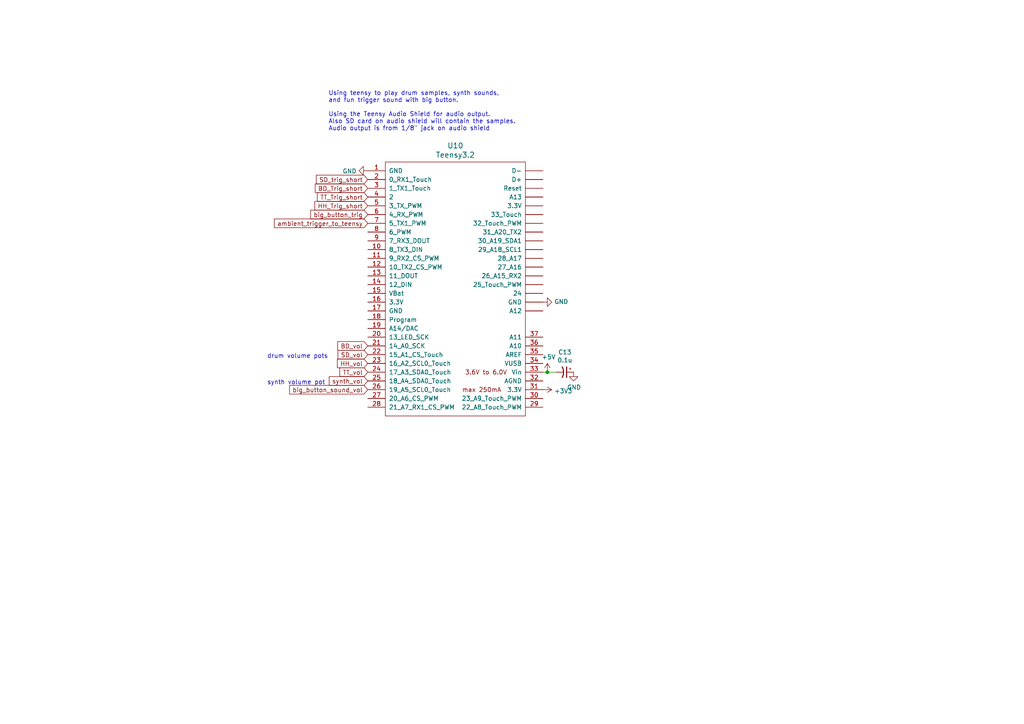
<source format=kicad_sch>
(kicad_sch (version 20211123) (generator eeschema)
  (paper "A4")
  (lib_symbols
    (symbol "power:+5V" (power) (pin_names (offset 0))
      (property "Value" "+5V" (at 0 3.556 0))
      (symbol "+5V_0_1"
        (polyline (pts (xy -0.762 1.27) (xy 0 2.54)))
        (polyline (pts (xy 0 0) (xy 0 2.54)))
        (polyline (pts (xy 0 2.54) (xy 0.762 1.27)))
      )
      (symbol "+5V_1_1"
        (pin power_in line (at 0 0 90) (length 0) hide (name "+5V") (number "1"))
      )
    )
    (symbol "power:GND" (power) (pin_names (offset 0))
      (property "Value" "GND" (at 0 -3.81 0))
      (symbol "GND_0_1"
        (polyline (pts (xy 0 0) (xy 0 -1.27) (xy 1.27 -1.27) (xy 0 -2.54) (xy -1.27 -1.27) (xy 0 -1.27)))
      )
      (symbol "GND_1_1"
        (pin power_in line (at 0 0 270) (length 0) hide (name "GND") (number "1"))
      )
    )
    (symbol "waterwheel_synth_v2-rescue:+3.3V-power" (power) (pin_names (offset 0))
      (property "Value" "+3.3V-power" (at 0 3.556 0))
      (symbol "+3.3V-power_0_1"
        (polyline (pts (xy -0.762 1.27) (xy 0 2.54)))
        (polyline (pts (xy 0 0) (xy 0 2.54)))
        (polyline (pts (xy 0 2.54) (xy 0.762 1.27)))
      )
      (symbol "+3.3V-power_1_1"
        (pin power_in line (at 0 0 90) (length 0) hide (name "+3V3") (number "1"))
      )
    )
    (symbol "waterwheel_synth_v2-rescue:CP1_Small-Device" (pin_numbers hide) (pin_names (offset 0.254) hide)
      (property "Reference" "C" (at 0.254 1.778 0))
      (property "Value" "CP1_Small-Device" (at 0.254 -2.032 0))
      (symbol "CP1_Small-Device_0_1"
        (polyline (pts (xy -1.524 0.508) (xy 1.524 0.508)) (stroke (width 0.3048)))
        (polyline (pts (xy -1.27 1.524) (xy -0.762 1.524)))
        (polyline (pts (xy -1.016 1.27) (xy -1.016 1.778)))
        (arc (start 1.524 -0.762) (mid 0 -0.3734) (end -1.524 -0.762) (stroke (width 0.3048)))
      )
      (symbol "CP1_Small-Device_1_1"
        (pin passive line (at 0 2.54 270) (length 2.032) (name "~") (number "1"))
        (pin passive line (at 0 -2.54 90) (length 2.032) (name "~") (number "2"))
      )
    )
    (symbol "waterwheel_synth_v2-rescue:Teensy3.2-teensy" (pin_names (offset 1.016))
      (property "Reference" "U" (at 0 39.37 0))
      (property "Value" "Teensy3.2-teensy" (at 0 -39.37 0))
      (symbol "Teensy3.2-teensy_0_0"
        (text "3.6V to 6.0V" (at 8.89 -24.13 0) (effects (font (size 1.27 1.27))))
        (text "max 250mA" (at 7.62 -29.21 0) (effects (font (size 1.27 1.27))))
      )
      (symbol "Teensy3.2-teensy_0_1"
        (rectangle (start -20.32 -36.83) (end 20.32 36.83))
      )
      (symbol "Teensy3.2-teensy_1_1"
        (pin power_in line (at -25.4 34.29 0) (length 5.08) (name "GND") (number "1"))
        (pin bidirectional line (at -25.4 11.43 0) (length 5.08) (name "8_TX3_DIN") (number "10"))
        (pin bidirectional line (at -25.4 8.89 0) (length 5.08) (name "9_RX2_CS_PWM") (number "11"))
        (pin bidirectional line (at -25.4 6.35 0) (length 5.08) (name "10_TX2_CS_PWM") (number "12"))
        (pin bidirectional line (at -25.4 3.81 0) (length 5.08) (name "11_DOUT") (number "13"))
        (pin bidirectional line (at -25.4 1.27 0) (length 5.08) (name "12_DIN") (number "14"))
        (pin power_in line (at -25.4 -1.27 0) (length 5.08) (name "VBat") (number "15"))
        (pin power_out line (at -25.4 -3.81 0) (length 5.08) (name "3.3V") (number "16"))
        (pin power_in line (at -25.4 -6.35 0) (length 5.08) (name "GND") (number "17"))
        (pin input line (at -25.4 -8.89 0) (length 5.08) (name "Program") (number "18"))
        (pin bidirectional line (at -25.4 -11.43 0) (length 5.08) (name "A14/DAC") (number "19"))
        (pin bidirectional line (at -25.4 31.75 0) (length 5.08) (name "0_RX1_Touch") (number "2"))
        (pin bidirectional line (at -25.4 -13.97 0) (length 5.08) (name "13_LED_SCK") (number "20"))
        (pin bidirectional line (at -25.4 -16.51 0) (length 5.08) (name "14_A0_SCK") (number "21"))
        (pin bidirectional line (at -25.4 -19.05 0) (length 5.08) (name "15_A1_CS_Touch") (number "22"))
        (pin bidirectional line (at -25.4 -21.59 0) (length 5.08) (name "16_A2_SCL0_Touch") (number "23"))
        (pin bidirectional line (at -25.4 -24.13 0) (length 5.08) (name "17_A3_SDA0_Touch") (number "24"))
        (pin bidirectional line (at -25.4 -26.67 0) (length 5.08) (name "18_A4_SDA0_Touch") (number "25"))
        (pin bidirectional line (at -25.4 -29.21 0) (length 5.08) (name "19_A5_SCL0_Touch") (number "26"))
        (pin bidirectional line (at -25.4 -31.75 0) (length 5.08) (name "20_A6_CS_PWM") (number "27"))
        (pin bidirectional line (at -25.4 -34.29 0) (length 5.08) (name "21_A7_RX1_CS_PWM") (number "28"))
        (pin bidirectional line (at 25.4 -34.29 180) (length 5.08) (name "22_A8_Touch_PWM") (number "29"))
        (pin bidirectional line (at -25.4 29.21 0) (length 5.08) (name "1_TX1_Touch") (number "3"))
        (pin bidirectional line (at 25.4 -31.75 180) (length 5.08) (name "23_A9_Touch_PWM") (number "30"))
        (pin power_out line (at 25.4 -29.21 180) (length 5.08) (name "3.3V") (number "31"))
        (pin power_out line (at 25.4 -26.67 180) (length 5.08) (name "AGND") (number "32"))
        (pin power_in line (at 25.4 -24.13 180) (length 5.08) (name "Vin") (number "33"))
        (pin power_in line (at 25.4 -21.59 180) (length 5.08) (name "VUSB") (number "34"))
        (pin input line (at 25.4 -19.05 180) (length 5.08) (name "AREF") (number "35"))
        (pin bidirectional line (at 25.4 -16.51 180) (length 5.08) (name "A10") (number "36"))
        (pin bidirectional line (at 25.4 -13.97 180) (length 5.08) (name "A11") (number "37"))
        (pin bidirectional line (at -25.4 26.67 0) (length 5.08) (name "2") (number "4"))
        (pin bidirectional line (at -25.4 24.13 0) (length 5.08) (name "3_TX_PWM") (number "5"))
        (pin bidirectional line (at -25.4 21.59 0) (length 5.08) (name "4_RX_PWM") (number "6"))
        (pin bidirectional line (at -25.4 19.05 0) (length 5.08) (name "5_TX1_PWM") (number "7"))
        (pin bidirectional line (at -25.4 16.51 0) (length 5.08) (name "6_PWM") (number "8"))
        (pin bidirectional line (at -25.4 13.97 0) (length 5.08) (name "7_RX3_DOUT") (number "9"))
        (pin bidirectional line (at 25.4 -1.27 180) (length 5.08) (name "24") (number "~"))
        (pin bidirectional line (at 25.4 1.27 180) (length 5.08) (name "25_Touch_PWM") (number "~"))
        (pin bidirectional line (at 25.4 3.81 180) (length 5.08) (name "26_A15_RX2") (number "~"))
        (pin bidirectional line (at 25.4 6.35 180) (length 5.08) (name "27_A16") (number "~"))
        (pin bidirectional line (at 25.4 8.89 180) (length 5.08) (name "28_A17") (number "~"))
        (pin bidirectional line (at 25.4 11.43 180) (length 5.08) (name "29_A18_SCL1") (number "~"))
        (pin power_out line (at 25.4 24.13 180) (length 5.08) (name "3.3V") (number "~"))
        (pin bidirectional line (at 25.4 13.97 180) (length 5.08) (name "30_A19_SDA1") (number "~"))
        (pin bidirectional line (at 25.4 16.51 180) (length 5.08) (name "31_A20_TX2") (number "~"))
        (pin bidirectional line (at 25.4 19.05 180) (length 5.08) (name "32_Touch_PWM") (number "~"))
        (pin bidirectional line (at 25.4 21.59 180) (length 5.08) (name "33_Touch") (number "~"))
        (pin bidirectional line (at 25.4 -6.35 180) (length 5.08) (name "A12") (number "~"))
        (pin bidirectional line (at 25.4 26.67 180) (length 5.08) (name "A13") (number "~"))
        (pin bidirectional line (at 25.4 31.75 180) (length 5.08) (name "D+") (number "~"))
        (pin bidirectional line (at 25.4 34.29 180) (length 5.08) (name "D-") (number "~"))
        (pin power_in line (at 25.4 -3.81 180) (length 5.08) (name "GND") (number "~"))
        (pin input line (at 25.4 29.21 180) (length 5.08) (name "Reset") (number "~"))
      )
    )
  )
  (junction (at 158.75 107.95))
  (wire (pts (xy 158.75 107.95) (xy 157.48 107.95)))
  (wire (pts (xy 158.75 107.95) (xy 161.29 107.95)))
  (text "synth volume pot\n" (at 77.47 111.76 0) (effects (font (size 1.27 1.27)) (justify left bottom)))
  (text "drum volume pots" (at 77.47 104.14 0) (effects (font (size 1.27 1.27)) (justify left bottom)))
  (text "Using teensy to play drum samples, synth sounds,\nand fun trigger sound with big button. \n\nUsing the Teensy Audio Shield for audio output. \nAlso SD card on audio shield will contain the samples.\nAudio output is from 1/8\" jack on audio shield" (at 95.25 38.1 0) (effects (font (size 1.27 1.27)) (justify left bottom)))
  (global_label "synth_vol" (shape input) (at 106.68 110.49 180) (property "Intersheet References" "${INTERSHEET_REFS}" (effects hide)))
  (global_label "big_button_trig" (shape input) (at 106.68 62.23 180) (property "Intersheet References" "${INTERSHEET_REFS}" (effects hide)))
  (global_label "BD_Trig_short" (shape input) (at 106.68 54.61 180) (property "Intersheet References" "${INTERSHEET_REFS}" (effects hide)))
  (global_label "HH_vol" (shape input) (at 106.68 105.41 180) (property "Intersheet References" "${INTERSHEET_REFS}" (effects hide)))
  (global_label "SD_trig_short" (shape input) (at 106.68 52.07 180) (property "Intersheet References" "${INTERSHEET_REFS}" (effects hide)))
  (global_label "SD_vol" (shape input) (at 106.68 102.87 180) (property "Intersheet References" "${INTERSHEET_REFS}" (effects hide)))
  (global_label "big_button_sound_vol" (shape input) (at 106.68 113.03 180) (property "Intersheet References" "${INTERSHEET_REFS}" (effects hide)))
  (global_label "BD_vol" (shape input) (at 106.68 100.33 180) (property "Intersheet References" "${INTERSHEET_REFS}" (effects hide)))
  (global_label "TT_Trig_short" (shape input) (at 106.68 57.15 180) (property "Intersheet References" "${INTERSHEET_REFS}" (effects hide)))
  (global_label "HH_Trig_short" (shape input) (at 106.68 59.69 180) (property "Intersheet References" "${INTERSHEET_REFS}" (effects hide)))
  (global_label "ambient_trigger_to_teensy" (shape input) (at 106.68 64.77 180) (property "Intersheet References" "${INTERSHEET_REFS}" (effects hide)))
  (global_label "TT_vol" (shape input) (at 106.68 107.95 180) (property "Intersheet References" "${INTERSHEET_REFS}" (effects hide)))
  (symbol (lib_id "waterwheel_synth_v2-rescue:Teensy3.2-teensy") (at 132.08 83.82 0) (unit 1)
    (property "Reference" "U10" (at 132.08 42.2402 0) (effects (font (size 1.524 1.524))))
    (property "Value" "Teensy3.2" (at 132.08 44.9326 0) (effects (font (size 1.524 1.524))))
    (property "Footprint" "teensy:Teensy30_31_32_LC" (effects hide))
  )
  (symbol (lib_id "power:+5V") (at 158.75 107.95 0) (unit 1)
    (property "Reference" "#PWR057" (effects hide))
    (property "Value" "+5V" (at 159.131 103.5558 0))
  )
  (symbol (lib_id "waterwheel_synth_v2-rescue:CP1_Small-Device") (at 163.83 107.95 270) (unit 1)
    (property "Reference" "C13" (at 163.83 102.1588 90))
    (property "Value" "0.1u" (at 163.83 104.4702 90))
    (property "Footprint" "Capacitor_SMD:C_0805_2012Metric" (effects hide))
  )
  (symbol (lib_id "power:GND") (at 166.37 107.95 0) (unit 1)
    (property "Reference" "#PWR058" (effects hide))
    (property "Value" "GND" (at 166.497 112.3442 0))
  )
  (symbol (lib_id "power:GND") (at 157.48 87.63 90) (unit 1)
    (property "Reference" "#PWR055" (effects hide))
    (property "Value" "GND" (at 160.7312 87.503 90) (effects (justify right)))
  )
  (symbol (lib_id "waterwheel_synth_v2-rescue:+3.3V-power") (at 157.48 113.03 270) (unit 1)
    (property "Reference" "#PWR056" (effects hide))
    (property "Value" "+3.3V" (at 160.7312 113.411 90) (effects (justify left)))
  )
  (symbol (lib_id "power:GND") (at 106.68 49.53 270) (unit 1)
    (property "Reference" "#PWR054" (effects hide))
    (property "Value" "GND" (at 103.4288 49.657 90) (effects (justify right)))
  )
)
</source>
